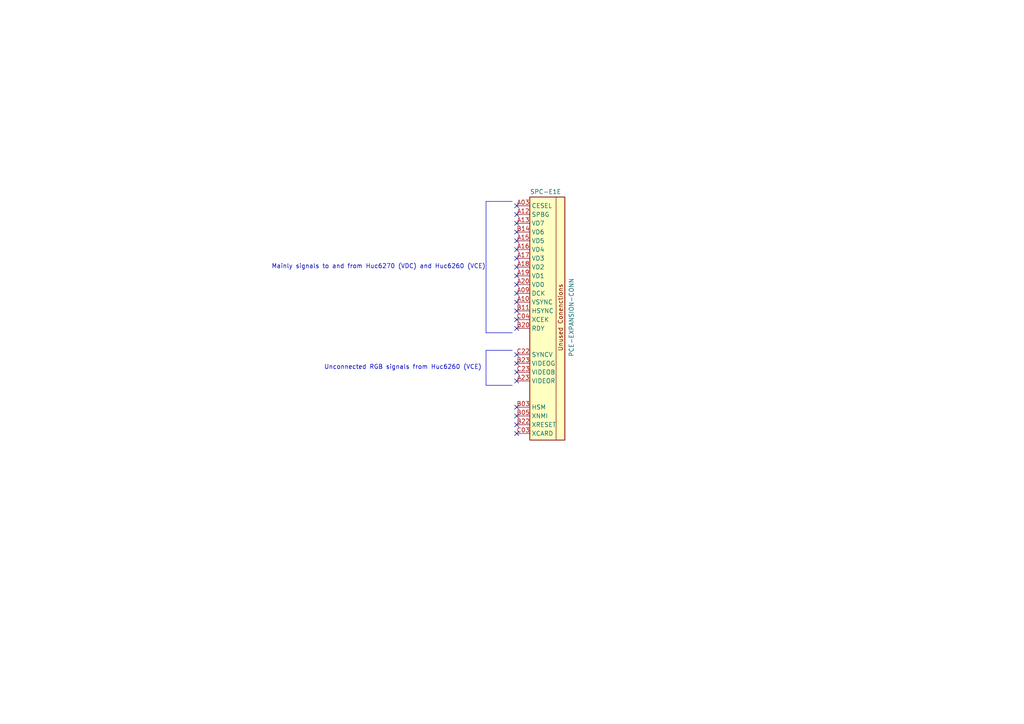
<source format=kicad_sch>
(kicad_sch (version 20250114) (generator "eeschema") (generator_version "9.0")
  (paper "A4")
  (title_block (title "NEC PC-Engine IFU-30 Main PCB") (date "2025-05-12") (rev "0.3") (company "Polykubos") (comment 1 "Author: Regis Galland") (comment 2 "NEC IFU-30 PCB reverse engineered schematics"))
  (lib_symbols
    (symbol "IFU-30:PCE-EXPANSION-CONN"
      (property "Reference" "SPC-E" (at 7.874 3.81 0))
      (property "Value" "PCE-EXPANSION-CONN" (at 7.874 5.715 0))
      (symbol "PCE-EXPANSION-CONN_1_0"
        (polyline (pts (xy 8.89 2.54) (xy 8.89 -53.34)) (stroke (width 0.1524)))
      )
      (symbol "PCE-EXPANSION-CONN_1_1"
        (rectangle (start 3.81 2.54) (end 11.43 -53.34) (stroke (width 0.254)) (fill (type background)))
        (text "Address Bus" (at 10.16 -24.892 900) (effects (font (size 1.27 1.27))))
        (pin passive line (at 0 0 0) (length 3.81) (name "A0") (number "B12"))
        (pin passive line (at 0 -2.54 0) (length 3.81) (name "A1") (number "C13"))
        (pin passive line (at 0 -5.08 0) (length 3.81) (name "A2") (number "B13"))
        (pin passive line (at 0 -7.62 0) (length 3.81) (name "A3") (number "C14"))
        (pin passive line (at 0 -10.16 0) (length 3.81) (name "A4") (number "C15"))
        (pin passive line (at 0 -12.7 0) (length 3.81) (name "A5") (number "B15"))
        (pin passive line (at 0 -15.24 0) (length 3.81) (name "A6") (number "C16"))
        (pin passive line (at 0 -17.78 0) (length 3.81) (name "A7") (number "B16"))
        (pin passive line (at 0 -20.32 0) (length 3.81) (name "A8") (number "B06"))
        (pin passive line (at 0 -22.86 0) (length 3.81) (name "A9") (number "A06"))
        (pin passive line (at 0 -25.4 0) (length 3.81) (name "A10") (number "A07"))
        (pin passive line (at 0 -27.94 0) (length 3.81) (name "A11") (number "C07"))
        (pin passive line (at 0 -30.48 0) (length 3.81) (name "A12") (number "B17"))
        (pin passive line (at 0 -33.02 0) (length 3.81) (name "A13") (number "C06"))
        (pin passive line (at 0 -35.56 0) (length 3.81) (name "A14") (number "A05"))
        (pin passive line (at 0 -38.1 0) (length 3.81) (name "A15") (number "C18"))
        (pin passive line (at 0 -40.64 0) (length 3.81) (name "A16") (number "B18"))
        (pin passive line (at 0 -43.18 0) (length 3.81) (name "A17") (number "C05"))
        (pin passive line (at 0 -45.72 0) (length 3.81) (name "A18") (number "A04"))
        (pin passive line (at 0 -48.26 0) (length 3.81) (name "A19") (number "C19"))
        (pin passive line (at 0 -50.8 0) (length 3.81) (name "A20") (number "B19"))
      )
      (symbol "PCE-EXPANSION-CONN_2_1"
        (rectangle (start 3.81 2.54) (end 10.795 -10.16) (stroke (width 0.254)) (fill (type background)))
        (pin passive line (at 0 0 0) (length 3.81) (name "SNDL") (number "A01"))
        (pin passive line (at 0 -2.54 0) (length 3.81) (name "SNDIN") (number "B01"))
        (pin passive line (at 0 -5.08 0) (length 3.81) (name "SNDR") (number "C01"))
        (pin passive line (at 0 -7.62 0) (length 3.81) (name "VID") (number "A22"))
      )
      (symbol "PCE-EXPANSION-CONN_3_0"
        (polyline (pts (xy 8.89 2.54) (xy 8.89 -35.56) (xy 8.89 -35.56)) (stroke (width 0.1524)))
        (text "Data Bus + Control Signals" (at 10.414 -16.002 900) (effects (font (size 1.27 1.27))))
      )
      (symbol "PCE-EXPANSION-CONN_3_1"
        (rectangle (start 3.81 2.54) (end 11.43 -35.56) (stroke (width 0.254)) (fill (type background)))
        (pin passive line (at 0 0 0) (length 3.81) (name "WR") (number "B04"))
        (pin passive line (at 0 -2.54 0) (length 3.81) (name "RD") (number "B07"))
        (pin passive line (at 0 -6.35 0) (length 3.81) (name "D0") (number "B08"))
        (pin passive line (at 0 -8.89 0) (length 3.81) (name "D1") (number "A08"))
        (pin passive line (at 0 -11.43 0) (length 3.81) (name "D2") (number "C09"))
        (pin passive line (at 0 -13.97 0) (length 3.81) (name "D3") (number "B09"))
        (pin passive line (at 0 -16.51 0) (length 3.81) (name "D4") (number "C10"))
        (pin passive line (at 0 -19.05 0) (length 3.81) (name "D5") (number "B10"))
        (pin passive line (at 0 -21.59 0) (length 3.81) (name "D6") (number "C11"))
        (pin passive line (at 0 -24.13 0) (length 3.81) (name "D7") (number "C12"))
        (pin passive line (at 0 -30.48 0) (length 3.81) (name "IRQ2") (number "B21"))
        (pin passive line (at 0 -33.02 0) (length 3.81) (name "XB") (number "B02"))
      )
      (symbol "PCE-EXPANSION-CONN_4_0"
        (text "Power" (at 14.605 0 0) (effects (font (size 1.27 1.27))))
      )
      (symbol "PCE-EXPANSION-CONN_4_1"
        (rectangle (start 3.81 2.54) (end 26.67 -10.16) (stroke (width 0.254)) (fill (type background)))
        (pin passive line (at 0 0 0) (length 3.81) (name "VIN") (number "A11"))
        (pin passive line (at 0 -2.54 0) (length 3.81) (name "VIN") (number "A14"))
        (pin passive line (at 6.35 -13.97 90) (length 3.81) (name "GNDA") (number "A21"))
        (pin passive line (at 8.89 -13.97 90) (length 3.81) (name "GNDA") (number "C02"))
        (pin passive line (at 13.97 -13.97 90) (length 3.81) (name "GNDD") (number "C08"))
        (pin passive line (at 16.51 -13.97 90) (length 3.81) (name "GNDD") (number "C17"))
        (pin passive line (at 19.05 -13.97 90) (length 3.81) (name "GNDD") (number "C20"))
        (pin passive line (at 30.48 0 180) (length 3.81) (name "VOUT") (number "C21"))
        (pin passive line (at 30.48 -2.54 180) (length 3.81) (name "VOUT") (number "A02"))
      )
      (symbol "PCE-EXPANSION-CONN_5_0"
        (polyline (pts (xy 11.43 2.54) (xy 11.43 -67.945)) (stroke (width 0.1524)))
      )
      (symbol "PCE-EXPANSION-CONN_5_1"
        (rectangle (start 3.81 2.54) (end 13.97 -67.945) (stroke (width 0.254)) (fill (type background)))
        (text "Unused Conenctions" (at 12.7 -32.385 900) (effects (font (size 1.27 1.27))))
        (pin passive line (at 0 0 0) (length 3.81) (name "CESEL") (number "A03"))
        (pin passive line (at 0 -2.54 0) (length 3.81) (name "SPBG") (number "A12"))
        (pin passive line (at 0 -5.08 0) (length 3.81) (name "VD7") (number "A13"))
        (pin passive line (at 0 -7.62 0) (length 3.81) (name "VD6") (number "B14"))
        (pin passive line (at 0 -10.16 0) (length 3.81) (name "VD5") (number "A15"))
        (pin passive line (at 0 -12.7 0) (length 3.81) (name "VD4") (number "A16"))
        (pin passive line (at 0 -15.24 0) (length 3.81) (name "VD3") (number "A17"))
        (pin passive line (at 0 -17.78 0) (length 3.81) (name "VD2") (number "A18"))
        (pin passive line (at 0 -20.32 0) (length 3.81) (name "VD1") (number "A19"))
        (pin passive line (at 0 -22.86 0) (length 3.81) (name "VD0") (number "A20"))
        (pin passive line (at 0 -25.4 0) (length 3.81) (name "DCK") (number "A09"))
        (pin passive line (at 0 -27.94 0) (length 3.81) (name "VSYNC") (number "A10"))
        (pin passive line (at 0 -30.48 0) (length 3.81) (name "HSYNC") (number "B11"))
        (pin passive line (at 0 -33.02 0) (length 3.81) (name "XCEK") (number "C04"))
        (pin passive line (at 0 -35.56 0) (length 3.81) (name "RDY") (number "B20"))
        (pin passive line (at 0 -43.18 0) (length 3.81) (name "SYNCV") (number "C22"))
        (pin passive line (at 0 -45.72 0) (length 3.81) (name "VIDEOG") (number "B23"))
        (pin passive line (at 0 -48.26 0) (length 3.81) (name "VIDEOB") (number "C23"))
        (pin passive line (at 0 -50.8 0) (length 3.81) (name "VIDEOR") (number "A23"))
        (pin passive line (at 0 -58.42 0) (length 3.81) (name "HSM") (number "B03"))
        (pin passive line (at 0 -60.96 0) (length 3.81) (name "XNMI") (number "B05"))
        (pin passive line (at 0 -63.5 0) (length 3.81) (name "XRESET") (number "B22"))
        (pin passive line (at 0 -66.04 0) (length 3.81) (name "XCARD") (number "C03"))
      )
    )
  )
  (text "Unconnected RGB signals from Huc6260 (VCE)" (at 93.98 107.315 0) (effects (font (size 1.27 1.27)) (justify left bottom)))
  (text "Mainly signals to and from Huc6270 (VDC) and Huc6260 (VCE)" (at 78.74 78.105 0) (effects (font (size 1.27 1.27)) (justify left bottom)))
  (no_connect (at 149.86 120.65))
  (no_connect (at 149.86 80.01))
  (no_connect (at 149.86 59.69))
  (no_connect (at 149.86 90.17))
  (no_connect (at 149.86 64.77))
  (no_connect (at 149.86 118.11))
  (no_connect (at 149.86 72.39))
  (no_connect (at 149.86 123.19))
  (no_connect (at 149.86 105.41))
  (no_connect (at 149.86 62.23))
  (no_connect (at 149.86 67.31))
  (no_connect (at 149.86 95.25))
  (no_connect (at 149.86 92.71))
  (no_connect (at 149.86 77.47))
  (no_connect (at 149.86 82.55))
  (no_connect (at 149.86 110.49))
  (no_connect (at 149.86 85.09))
  (no_connect (at 149.86 87.63))
  (no_connect (at 149.86 69.85))
  (no_connect (at 149.86 102.87))
  (no_connect (at 149.86 125.73))
  (no_connect (at 149.86 107.95))
  (no_connect (at 149.86 74.93))
  (polyline (pts (xy 148.59 101.6) (xy 140.97 101.6)))
  (polyline (pts (xy 140.97 111.76) (xy 148.59 111.76)))
  (polyline (pts (xy 140.97 96.52) (xy 148.59 96.52)))
  (polyline (pts (xy 148.59 58.42) (xy 140.97 58.42)))
  (polyline (pts (xy 140.97 58.42) (xy 140.97 96.52)))
  (polyline (pts (xy 140.97 101.6) (xy 140.97 111.76)))
  (symbol (lib_id "IFU-30:PCE-EXPANSION-CONN") (at 149.86 59.69 0) (unit 5)
    (property "Reference" "SPC-E1" (at 158.242 55.626 0))
    (property "Value" "PCE-EXPANSION-CONN" (at 165.735 92.075 90))
    (property "Footprint" "IFU-30:PinSocket_3x23_P2.54mm_Horizontal" (effects (hide yes)))
  )
)
</source>
